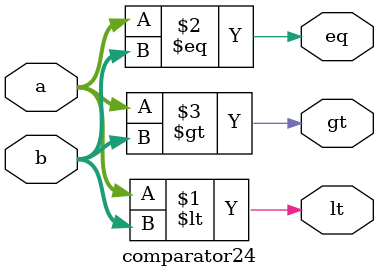
<source format=v>
module comparator24(a, b, lt, eq, gt);
  input[23:0] a, b;
  output lt, eq, gt;

  assign lt = (a < b);
  assign eq = (a == b);
  assign gt = (a > b);
endmodule

</source>
